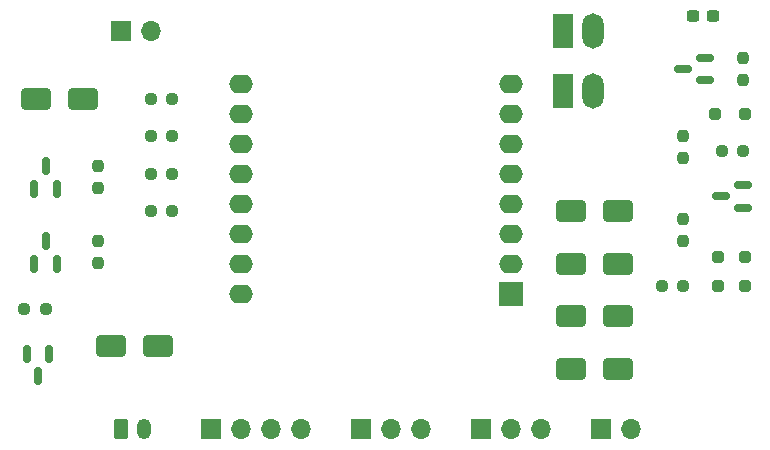
<source format=gbr>
%TF.GenerationSoftware,KiCad,Pcbnew,7.0.5-0*%
%TF.CreationDate,2023-07-09T14:34:54+02:00*%
%TF.ProjectId,pirate-pcb,70697261-7465-42d7-9063-622e6b696361,1A*%
%TF.SameCoordinates,Original*%
%TF.FileFunction,Soldermask,Top*%
%TF.FilePolarity,Negative*%
%FSLAX46Y46*%
G04 Gerber Fmt 4.6, Leading zero omitted, Abs format (unit mm)*
G04 Created by KiCad (PCBNEW 7.0.5-0) date 2023-07-09 14:34:54*
%MOMM*%
%LPD*%
G01*
G04 APERTURE LIST*
G04 Aperture macros list*
%AMRoundRect*
0 Rectangle with rounded corners*
0 $1 Rounding radius*
0 $2 $3 $4 $5 $6 $7 $8 $9 X,Y pos of 4 corners*
0 Add a 4 corners polygon primitive as box body*
4,1,4,$2,$3,$4,$5,$6,$7,$8,$9,$2,$3,0*
0 Add four circle primitives for the rounded corners*
1,1,$1+$1,$2,$3*
1,1,$1+$1,$4,$5*
1,1,$1+$1,$6,$7*
1,1,$1+$1,$8,$9*
0 Add four rect primitives between the rounded corners*
20,1,$1+$1,$2,$3,$4,$5,0*
20,1,$1+$1,$4,$5,$6,$7,0*
20,1,$1+$1,$6,$7,$8,$9,0*
20,1,$1+$1,$8,$9,$2,$3,0*%
G04 Aperture macros list end*
%ADD10RoundRect,0.150000X-0.150000X0.587500X-0.150000X-0.587500X0.150000X-0.587500X0.150000X0.587500X0*%
%ADD11RoundRect,0.237500X-0.237500X0.250000X-0.237500X-0.250000X0.237500X-0.250000X0.237500X0.250000X0*%
%ADD12RoundRect,0.150000X0.150000X-0.587500X0.150000X0.587500X-0.150000X0.587500X-0.150000X-0.587500X0*%
%ADD13RoundRect,0.237500X-0.250000X-0.237500X0.250000X-0.237500X0.250000X0.237500X-0.250000X0.237500X0*%
%ADD14R,1.700000X1.700000*%
%ADD15O,1.700000X1.700000*%
%ADD16RoundRect,0.250000X1.000000X0.650000X-1.000000X0.650000X-1.000000X-0.650000X1.000000X-0.650000X0*%
%ADD17RoundRect,0.250000X-0.250000X-0.250000X0.250000X-0.250000X0.250000X0.250000X-0.250000X0.250000X0*%
%ADD18RoundRect,0.237500X0.250000X0.237500X-0.250000X0.237500X-0.250000X-0.237500X0.250000X-0.237500X0*%
%ADD19RoundRect,0.237500X0.237500X-0.250000X0.237500X0.250000X-0.237500X0.250000X-0.237500X-0.250000X0*%
%ADD20RoundRect,0.250000X-1.000000X-0.650000X1.000000X-0.650000X1.000000X0.650000X-1.000000X0.650000X0*%
%ADD21RoundRect,0.150000X0.587500X0.150000X-0.587500X0.150000X-0.587500X-0.150000X0.587500X-0.150000X0*%
%ADD22RoundRect,0.250000X-0.350000X-0.625000X0.350000X-0.625000X0.350000X0.625000X-0.350000X0.625000X0*%
%ADD23O,1.200000X1.750000*%
%ADD24R,1.800000X3.000000*%
%ADD25O,1.800000X3.000000*%
%ADD26RoundRect,0.250000X0.250000X-0.250000X0.250000X0.250000X-0.250000X0.250000X-0.250000X-0.250000X0*%
%ADD27RoundRect,0.237500X0.300000X0.237500X-0.300000X0.237500X-0.300000X-0.237500X0.300000X-0.237500X0*%
%ADD28R,2.000000X2.000000*%
%ADD29O,2.000000X1.600000*%
G04 APERTURE END LIST*
D10*
%TO.C,Q3*%
X122375000Y-116460000D03*
X120475000Y-116460000D03*
X121425000Y-118335000D03*
%TD*%
D11*
%TO.C,R11*%
X176035000Y-105000000D03*
X176035000Y-106825000D03*
%TD*%
D12*
%TO.C,Q4*%
X121110000Y-108780000D03*
X123010000Y-108780000D03*
X122060000Y-106905000D03*
%TD*%
D13*
%TO.C,R12*%
X174210000Y-110715000D03*
X176035000Y-110715000D03*
%TD*%
D14*
%TO.C,J7*%
X128410000Y-89125000D03*
D15*
X130950000Y-89125000D03*
%TD*%
D16*
%TO.C,D7*%
X125235000Y-94840000D03*
X121235000Y-94840000D03*
%TD*%
D11*
%TO.C,R2*%
X176035000Y-98015000D03*
X176035000Y-99840000D03*
%TD*%
D16*
%TO.C,D4*%
X131585000Y-115795000D03*
X127585000Y-115795000D03*
%TD*%
D17*
%TO.C,D3*%
X178742000Y-96110000D03*
X181242000Y-96110000D03*
%TD*%
D18*
%TO.C,R10*%
X122060000Y-112620000D03*
X120235000Y-112620000D03*
%TD*%
D19*
%TO.C,R1*%
X181115000Y-93212500D03*
X181115000Y-91387500D03*
%TD*%
D20*
%TO.C,D5*%
X166510000Y-113255000D03*
X170510000Y-113255000D03*
%TD*%
D21*
%TO.C,Q2*%
X177910000Y-93250000D03*
X177910000Y-91350000D03*
X176035000Y-92300000D03*
%TD*%
D14*
%TO.C,J3*%
X148730000Y-122780000D03*
D15*
X151270000Y-122780000D03*
X153810000Y-122780000D03*
%TD*%
D11*
%TO.C,R4*%
X126505000Y-106905000D03*
X126505000Y-108730000D03*
%TD*%
D20*
%TO.C,D1*%
X166510000Y-108810000D03*
X170510000Y-108810000D03*
%TD*%
D22*
%TO.C,J2*%
X128410000Y-122780000D03*
D23*
X130410000Y-122780000D03*
%TD*%
D18*
%TO.C,R6*%
X132775000Y-104365000D03*
X130950000Y-104365000D03*
%TD*%
D24*
%TO.C,J1*%
X165875000Y-89125000D03*
X165875000Y-94205000D03*
D25*
X168415000Y-89125000D03*
X168415000Y-94205000D03*
%TD*%
D20*
%TO.C,D6*%
X166510000Y-117700000D03*
X170510000Y-117700000D03*
%TD*%
D14*
%TO.C,J5*%
X169050000Y-122780000D03*
D15*
X171590000Y-122780000D03*
%TD*%
D26*
%TO.C,D8*%
X178956000Y-110715000D03*
X178956000Y-108215000D03*
%TD*%
D18*
%TO.C,R7*%
X132775000Y-101190000D03*
X130950000Y-101190000D03*
%TD*%
D14*
%TO.C,J4*%
X136030000Y-122780000D03*
D15*
X138570000Y-122780000D03*
X141110000Y-122780000D03*
X143650000Y-122780000D03*
%TD*%
D18*
%TO.C,R9*%
X132775000Y-94840000D03*
X130950000Y-94840000D03*
%TD*%
D21*
%TO.C,Q1*%
X181085000Y-104045000D03*
X181085000Y-102145000D03*
X179210000Y-103095000D03*
%TD*%
D12*
%TO.C,Q5*%
X121110000Y-102430000D03*
X123010000Y-102430000D03*
X122060000Y-100555000D03*
%TD*%
D20*
%TO.C,D2*%
X166510000Y-104365000D03*
X170510000Y-104365000D03*
%TD*%
D27*
%TO.C,C1*%
X178575000Y-87855000D03*
X176850000Y-87855000D03*
%TD*%
D13*
%TO.C,R3*%
X179290000Y-99285000D03*
X181115000Y-99285000D03*
%TD*%
D11*
%TO.C,R5*%
X126505000Y-100555000D03*
X126505000Y-102380000D03*
%TD*%
D14*
%TO.C,J6*%
X158890000Y-122780000D03*
D15*
X161430000Y-122780000D03*
X163970000Y-122780000D03*
%TD*%
D26*
%TO.C,D9*%
X181242000Y-110715000D03*
X181242000Y-108215000D03*
%TD*%
D18*
%TO.C,R8*%
X132775000Y-98015000D03*
X130950000Y-98015000D03*
%TD*%
D28*
%TO.C,U1*%
X161430000Y-111350000D03*
D29*
X161430000Y-108810000D03*
X161430000Y-106270000D03*
X161430000Y-103730000D03*
X161430000Y-101190000D03*
X161430000Y-98650000D03*
X161430000Y-96110000D03*
X161430000Y-93570000D03*
X138570000Y-93570000D03*
X138570000Y-96110000D03*
X138570000Y-98650000D03*
X138570000Y-101190000D03*
X138570000Y-103730000D03*
X138570000Y-106270000D03*
X138570000Y-108810000D03*
X138570000Y-111350000D03*
%TD*%
M02*

</source>
